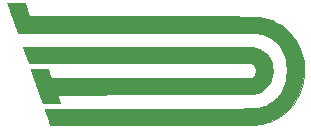
<source format=gbo>
G04 #@! TF.GenerationSoftware,KiCad,Pcbnew,(5.1.10)-1*
G04 #@! TF.CreationDate,2022-04-09T14:00:38+02:00*
G04 #@! TF.ProjectId,karta_pomiarowa_v2,6b617274-615f-4706-9f6d-6961726f7761,rev?*
G04 #@! TF.SameCoordinates,Original*
G04 #@! TF.FileFunction,Legend,Bot*
G04 #@! TF.FilePolarity,Positive*
%FSLAX46Y46*%
G04 Gerber Fmt 4.6, Leading zero omitted, Abs format (unit mm)*
G04 Created by KiCad (PCBNEW (5.1.10)-1) date 2022-04-09 14:00:38*
%MOMM*%
%LPD*%
G01*
G04 APERTURE LIST*
%ADD10C,0.010000*%
%ADD11O,1.700000X1.700000*%
%ADD12R,1.700000X1.700000*%
%ADD13C,6.400000*%
%ADD14C,3.000000*%
%ADD15C,0.900000*%
G04 APERTURE END LIST*
D10*
G36*
X112052623Y-98022535D02*
G01*
X112173849Y-98022335D01*
X112279471Y-98021992D01*
X112370154Y-98021496D01*
X112446563Y-98020838D01*
X112509361Y-98020011D01*
X112559214Y-98019005D01*
X112596787Y-98017812D01*
X112622743Y-98016422D01*
X112637747Y-98014828D01*
X112642466Y-98013061D01*
X112639732Y-98003304D01*
X112631912Y-97979265D01*
X112619581Y-97942620D01*
X112603316Y-97895047D01*
X112583692Y-97838221D01*
X112561284Y-97773821D01*
X112536667Y-97703522D01*
X112519700Y-97655306D01*
X112493976Y-97582203D01*
X112470082Y-97514031D01*
X112448590Y-97452445D01*
X112430076Y-97399104D01*
X112415113Y-97355662D01*
X112404274Y-97323778D01*
X112398133Y-97305108D01*
X112396933Y-97300830D01*
X112405339Y-97300543D01*
X112430315Y-97300255D01*
X112471496Y-97299965D01*
X112528520Y-97299673D01*
X112601022Y-97299381D01*
X112688639Y-97299089D01*
X112791007Y-97298796D01*
X112907763Y-97298503D01*
X113038541Y-97298212D01*
X113182980Y-97297921D01*
X113340715Y-97297632D01*
X113511382Y-97297344D01*
X113694618Y-97297059D01*
X113890059Y-97296777D01*
X114097341Y-97296497D01*
X114316101Y-97296221D01*
X114545975Y-97295949D01*
X114786599Y-97295681D01*
X115037609Y-97295418D01*
X115298642Y-97295160D01*
X115569333Y-97294907D01*
X115849320Y-97294660D01*
X116138239Y-97294419D01*
X116435725Y-97294184D01*
X116741416Y-97293957D01*
X117054947Y-97293736D01*
X117375954Y-97293524D01*
X117704074Y-97293320D01*
X118038944Y-97293124D01*
X118380199Y-97292937D01*
X118727476Y-97292759D01*
X119080411Y-97292591D01*
X119438640Y-97292433D01*
X119801800Y-97292286D01*
X120169527Y-97292149D01*
X120541457Y-97292024D01*
X120620183Y-97291999D01*
X128843433Y-97289428D01*
X128950513Y-97271323D01*
X129123796Y-97236156D01*
X129284853Y-97190912D01*
X129435727Y-97134632D01*
X129578460Y-97066359D01*
X129715097Y-96985133D01*
X129847678Y-96889996D01*
X129956747Y-96799213D01*
X130085283Y-96674698D01*
X130203045Y-96538461D01*
X130309019Y-96392185D01*
X130402193Y-96237552D01*
X130481550Y-96076244D01*
X130546078Y-95909944D01*
X130594645Y-95740833D01*
X130627767Y-95566447D01*
X130646213Y-95385630D01*
X130649817Y-95200686D01*
X130643407Y-95069862D01*
X130625234Y-94897142D01*
X130598135Y-94737084D01*
X130561609Y-94587663D01*
X130515160Y-94446856D01*
X130458288Y-94312639D01*
X130455422Y-94306611D01*
X130402618Y-94202254D01*
X130349276Y-94110417D01*
X130292483Y-94026855D01*
X130229326Y-93947322D01*
X130156894Y-93867572D01*
X130147827Y-93858184D01*
X130035290Y-93751317D01*
X129917001Y-93657228D01*
X129789530Y-93573439D01*
X129649448Y-93497470D01*
X129647767Y-93496640D01*
X129540394Y-93446905D01*
X129432649Y-93403798D01*
X129321190Y-93366292D01*
X129202677Y-93333355D01*
X129073768Y-93303958D01*
X128940800Y-93278750D01*
X128834967Y-93260297D01*
X119172383Y-93258049D01*
X118768139Y-93257960D01*
X118367994Y-93257884D01*
X117972283Y-93257819D01*
X117581341Y-93257766D01*
X117195504Y-93257725D01*
X116815108Y-93257695D01*
X116440488Y-93257676D01*
X116071980Y-93257669D01*
X115709919Y-93257672D01*
X115354641Y-93257687D01*
X115006482Y-93257712D01*
X114665776Y-93257747D01*
X114332859Y-93257793D01*
X114008068Y-93257849D01*
X113691737Y-93257916D01*
X113384202Y-93257992D01*
X113085799Y-93258078D01*
X112796862Y-93258174D01*
X112517729Y-93258279D01*
X112248733Y-93258394D01*
X111990211Y-93258518D01*
X111742499Y-93258651D01*
X111505931Y-93258793D01*
X111280843Y-93258944D01*
X111067572Y-93259103D01*
X110866452Y-93259271D01*
X110677818Y-93259448D01*
X110502007Y-93259632D01*
X110339355Y-93259825D01*
X110190195Y-93260026D01*
X110054865Y-93260234D01*
X109933700Y-93260450D01*
X109827034Y-93260673D01*
X109735204Y-93260904D01*
X109658546Y-93261142D01*
X109597394Y-93261388D01*
X109552085Y-93261640D01*
X109522953Y-93261898D01*
X109510335Y-93262164D01*
X109509800Y-93262232D01*
X109512555Y-93271008D01*
X109520546Y-93294578D01*
X109533365Y-93331769D01*
X109550601Y-93381412D01*
X109571846Y-93442334D01*
X109596690Y-93513365D01*
X109624722Y-93593334D01*
X109655535Y-93681068D01*
X109688718Y-93775398D01*
X109723862Y-93875153D01*
X109750329Y-93950182D01*
X109990858Y-94631700D01*
X119374812Y-94635933D01*
X128758767Y-94640166D01*
X128822267Y-94658356D01*
X128915371Y-94691261D01*
X128995341Y-94733177D01*
X129062520Y-94784657D01*
X129117249Y-94846253D01*
X129159872Y-94918519D01*
X129190732Y-95002008D01*
X129210170Y-95097272D01*
X129218531Y-95204866D01*
X129217640Y-95296333D01*
X129206494Y-95412445D01*
X129183326Y-95516635D01*
X129148128Y-95608913D01*
X129100893Y-95689289D01*
X129041616Y-95757773D01*
X128970288Y-95814374D01*
X128886902Y-95859101D01*
X128796702Y-95890552D01*
X128724900Y-95910166D01*
X111903370Y-95910166D01*
X111761490Y-95508000D01*
X111619610Y-95105833D01*
X110890671Y-95103669D01*
X110758169Y-95103368D01*
X110637331Y-95103281D01*
X110528754Y-95103403D01*
X110433030Y-95103730D01*
X110350754Y-95104257D01*
X110282521Y-95104979D01*
X110228923Y-95105892D01*
X110190555Y-95106990D01*
X110168012Y-95108269D01*
X110161733Y-95109518D01*
X110164510Y-95118220D01*
X110172650Y-95142077D01*
X110185870Y-95180282D01*
X110203886Y-95232025D01*
X110226414Y-95296500D01*
X110253170Y-95372897D01*
X110283869Y-95460409D01*
X110318229Y-95558227D01*
X110355964Y-95665542D01*
X110396792Y-95781548D01*
X110440427Y-95905435D01*
X110486587Y-96036396D01*
X110534987Y-96173621D01*
X110585343Y-96316304D01*
X110637371Y-96463635D01*
X110662259Y-96534082D01*
X110715161Y-96683804D01*
X110766650Y-96829536D01*
X110816435Y-96970449D01*
X110864222Y-97105713D01*
X110909717Y-97234497D01*
X110952628Y-97355973D01*
X110992661Y-97469310D01*
X111029525Y-97573679D01*
X111062925Y-97668250D01*
X111092568Y-97752193D01*
X111118162Y-97824679D01*
X111139413Y-97884878D01*
X111156029Y-97931961D01*
X111167716Y-97965097D01*
X111174181Y-97983457D01*
X111175288Y-97986617D01*
X111187792Y-98022600D01*
X111915129Y-98022600D01*
X112052623Y-98022535D01*
G37*
X112052623Y-98022535D02*
X112173849Y-98022335D01*
X112279471Y-98021992D01*
X112370154Y-98021496D01*
X112446563Y-98020838D01*
X112509361Y-98020011D01*
X112559214Y-98019005D01*
X112596787Y-98017812D01*
X112622743Y-98016422D01*
X112637747Y-98014828D01*
X112642466Y-98013061D01*
X112639732Y-98003304D01*
X112631912Y-97979265D01*
X112619581Y-97942620D01*
X112603316Y-97895047D01*
X112583692Y-97838221D01*
X112561284Y-97773821D01*
X112536667Y-97703522D01*
X112519700Y-97655306D01*
X112493976Y-97582203D01*
X112470082Y-97514031D01*
X112448590Y-97452445D01*
X112430076Y-97399104D01*
X112415113Y-97355662D01*
X112404274Y-97323778D01*
X112398133Y-97305108D01*
X112396933Y-97300830D01*
X112405339Y-97300543D01*
X112430315Y-97300255D01*
X112471496Y-97299965D01*
X112528520Y-97299673D01*
X112601022Y-97299381D01*
X112688639Y-97299089D01*
X112791007Y-97298796D01*
X112907763Y-97298503D01*
X113038541Y-97298212D01*
X113182980Y-97297921D01*
X113340715Y-97297632D01*
X113511382Y-97297344D01*
X113694618Y-97297059D01*
X113890059Y-97296777D01*
X114097341Y-97296497D01*
X114316101Y-97296221D01*
X114545975Y-97295949D01*
X114786599Y-97295681D01*
X115037609Y-97295418D01*
X115298642Y-97295160D01*
X115569333Y-97294907D01*
X115849320Y-97294660D01*
X116138239Y-97294419D01*
X116435725Y-97294184D01*
X116741416Y-97293957D01*
X117054947Y-97293736D01*
X117375954Y-97293524D01*
X117704074Y-97293320D01*
X118038944Y-97293124D01*
X118380199Y-97292937D01*
X118727476Y-97292759D01*
X119080411Y-97292591D01*
X119438640Y-97292433D01*
X119801800Y-97292286D01*
X120169527Y-97292149D01*
X120541457Y-97292024D01*
X120620183Y-97291999D01*
X128843433Y-97289428D01*
X128950513Y-97271323D01*
X129123796Y-97236156D01*
X129284853Y-97190912D01*
X129435727Y-97134632D01*
X129578460Y-97066359D01*
X129715097Y-96985133D01*
X129847678Y-96889996D01*
X129956747Y-96799213D01*
X130085283Y-96674698D01*
X130203045Y-96538461D01*
X130309019Y-96392185D01*
X130402193Y-96237552D01*
X130481550Y-96076244D01*
X130546078Y-95909944D01*
X130594645Y-95740833D01*
X130627767Y-95566447D01*
X130646213Y-95385630D01*
X130649817Y-95200686D01*
X130643407Y-95069862D01*
X130625234Y-94897142D01*
X130598135Y-94737084D01*
X130561609Y-94587663D01*
X130515160Y-94446856D01*
X130458288Y-94312639D01*
X130455422Y-94306611D01*
X130402618Y-94202254D01*
X130349276Y-94110417D01*
X130292483Y-94026855D01*
X130229326Y-93947322D01*
X130156894Y-93867572D01*
X130147827Y-93858184D01*
X130035290Y-93751317D01*
X129917001Y-93657228D01*
X129789530Y-93573439D01*
X129649448Y-93497470D01*
X129647767Y-93496640D01*
X129540394Y-93446905D01*
X129432649Y-93403798D01*
X129321190Y-93366292D01*
X129202677Y-93333355D01*
X129073768Y-93303958D01*
X128940800Y-93278750D01*
X128834967Y-93260297D01*
X119172383Y-93258049D01*
X118768139Y-93257960D01*
X118367994Y-93257884D01*
X117972283Y-93257819D01*
X117581341Y-93257766D01*
X117195504Y-93257725D01*
X116815108Y-93257695D01*
X116440488Y-93257676D01*
X116071980Y-93257669D01*
X115709919Y-93257672D01*
X115354641Y-93257687D01*
X115006482Y-93257712D01*
X114665776Y-93257747D01*
X114332859Y-93257793D01*
X114008068Y-93257849D01*
X113691737Y-93257916D01*
X113384202Y-93257992D01*
X113085799Y-93258078D01*
X112796862Y-93258174D01*
X112517729Y-93258279D01*
X112248733Y-93258394D01*
X111990211Y-93258518D01*
X111742499Y-93258651D01*
X111505931Y-93258793D01*
X111280843Y-93258944D01*
X111067572Y-93259103D01*
X110866452Y-93259271D01*
X110677818Y-93259448D01*
X110502007Y-93259632D01*
X110339355Y-93259825D01*
X110190195Y-93260026D01*
X110054865Y-93260234D01*
X109933700Y-93260450D01*
X109827034Y-93260673D01*
X109735204Y-93260904D01*
X109658546Y-93261142D01*
X109597394Y-93261388D01*
X109552085Y-93261640D01*
X109522953Y-93261898D01*
X109510335Y-93262164D01*
X109509800Y-93262232D01*
X109512555Y-93271008D01*
X109520546Y-93294578D01*
X109533365Y-93331769D01*
X109550601Y-93381412D01*
X109571846Y-93442334D01*
X109596690Y-93513365D01*
X109624722Y-93593334D01*
X109655535Y-93681068D01*
X109688718Y-93775398D01*
X109723862Y-93875153D01*
X109750329Y-93950182D01*
X109990858Y-94631700D01*
X119374812Y-94635933D01*
X128758767Y-94640166D01*
X128822267Y-94658356D01*
X128915371Y-94691261D01*
X128995341Y-94733177D01*
X129062520Y-94784657D01*
X129117249Y-94846253D01*
X129159872Y-94918519D01*
X129190732Y-95002008D01*
X129210170Y-95097272D01*
X129218531Y-95204866D01*
X129217640Y-95296333D01*
X129206494Y-95412445D01*
X129183326Y-95516635D01*
X129148128Y-95608913D01*
X129100893Y-95689289D01*
X129041616Y-95757773D01*
X128970288Y-95814374D01*
X128886902Y-95859101D01*
X128796702Y-95890552D01*
X128724900Y-95910166D01*
X111903370Y-95910166D01*
X111761490Y-95508000D01*
X111619610Y-95105833D01*
X110890671Y-95103669D01*
X110758169Y-95103368D01*
X110637331Y-95103281D01*
X110528754Y-95103403D01*
X110433030Y-95103730D01*
X110350754Y-95104257D01*
X110282521Y-95104979D01*
X110228923Y-95105892D01*
X110190555Y-95106990D01*
X110168012Y-95108269D01*
X110161733Y-95109518D01*
X110164510Y-95118220D01*
X110172650Y-95142077D01*
X110185870Y-95180282D01*
X110203886Y-95232025D01*
X110226414Y-95296500D01*
X110253170Y-95372897D01*
X110283869Y-95460409D01*
X110318229Y-95558227D01*
X110355964Y-95665542D01*
X110396792Y-95781548D01*
X110440427Y-95905435D01*
X110486587Y-96036396D01*
X110534987Y-96173621D01*
X110585343Y-96316304D01*
X110637371Y-96463635D01*
X110662259Y-96534082D01*
X110715161Y-96683804D01*
X110766650Y-96829536D01*
X110816435Y-96970449D01*
X110864222Y-97105713D01*
X110909717Y-97234497D01*
X110952628Y-97355973D01*
X110992661Y-97469310D01*
X111029525Y-97573679D01*
X111062925Y-97668250D01*
X111092568Y-97752193D01*
X111118162Y-97824679D01*
X111139413Y-97884878D01*
X111156029Y-97931961D01*
X111167716Y-97965097D01*
X111174181Y-97983457D01*
X111175288Y-97986617D01*
X111187792Y-98022600D01*
X111915129Y-98022600D01*
X112052623Y-98022535D01*
G36*
X124214164Y-99867305D02*
G01*
X124570356Y-99867285D01*
X124911264Y-99867245D01*
X125237053Y-99867186D01*
X125547888Y-99867108D01*
X125843933Y-99867010D01*
X126125355Y-99866893D01*
X126392317Y-99866756D01*
X126644985Y-99866600D01*
X126883523Y-99866423D01*
X127108098Y-99866226D01*
X127318872Y-99866009D01*
X127516012Y-99865772D01*
X127699683Y-99865514D01*
X127870048Y-99865236D01*
X128027274Y-99864937D01*
X128171525Y-99864617D01*
X128302967Y-99864276D01*
X128421763Y-99863914D01*
X128528079Y-99863531D01*
X128622080Y-99863127D01*
X128703932Y-99862701D01*
X128773798Y-99862253D01*
X128831843Y-99861784D01*
X128878234Y-99861292D01*
X128913134Y-99860779D01*
X128936708Y-99860244D01*
X128945033Y-99859934D01*
X129223540Y-99841220D01*
X129489480Y-99811985D01*
X129743853Y-99771842D01*
X129987659Y-99720404D01*
X130221898Y-99657285D01*
X130447569Y-99582098D01*
X130665671Y-99494455D01*
X130877205Y-99393970D01*
X131083169Y-99280257D01*
X131284564Y-99152928D01*
X131482389Y-99011596D01*
X131677643Y-98855875D01*
X131789833Y-98759054D01*
X131845325Y-98708218D01*
X131908260Y-98647825D01*
X131975548Y-98581052D01*
X132044101Y-98511075D01*
X132110826Y-98441072D01*
X132172636Y-98374219D01*
X132226438Y-98313692D01*
X132250489Y-98285458D01*
X132422359Y-98066755D01*
X132579706Y-97839571D01*
X132722393Y-97604361D01*
X132850283Y-97361578D01*
X132963238Y-97111674D01*
X133061120Y-96855104D01*
X133143793Y-96592320D01*
X133211118Y-96323775D01*
X133262959Y-96049924D01*
X133299178Y-95771219D01*
X133319638Y-95488114D01*
X133324201Y-95201062D01*
X133312729Y-94910515D01*
X133304855Y-94807549D01*
X133272123Y-94521310D01*
X133223755Y-94241528D01*
X133159758Y-93968226D01*
X133080139Y-93701431D01*
X132984905Y-93441166D01*
X132874062Y-93187454D01*
X132818282Y-93073833D01*
X132692153Y-92842257D01*
X132554802Y-92622189D01*
X132405068Y-92412038D01*
X132241788Y-92210213D01*
X132063800Y-92015123D01*
X131991538Y-91941899D01*
X131890362Y-91843716D01*
X131795086Y-91756253D01*
X131701876Y-91676376D01*
X131606895Y-91600951D01*
X131506310Y-91526842D01*
X131396284Y-91450916D01*
X131366500Y-91431048D01*
X131172334Y-91309207D01*
X130978732Y-91201959D01*
X130782002Y-91107508D01*
X130578456Y-91024056D01*
X130405533Y-90963119D01*
X130266507Y-90918678D01*
X130135360Y-90879626D01*
X130009264Y-90845399D01*
X129885385Y-90815434D01*
X129760893Y-90789165D01*
X129632957Y-90766028D01*
X129498745Y-90745459D01*
X129355427Y-90726894D01*
X129200171Y-90709768D01*
X129072033Y-90697329D01*
X129062397Y-90696782D01*
X129045339Y-90696250D01*
X129020628Y-90695731D01*
X128988033Y-90695225D01*
X128947324Y-90694733D01*
X128898270Y-90694254D01*
X128840641Y-90693787D01*
X128774205Y-90693333D01*
X128698733Y-90692890D01*
X128613993Y-90692458D01*
X128519754Y-90692038D01*
X128415787Y-90691628D01*
X128301859Y-90691229D01*
X128177742Y-90690839D01*
X128043203Y-90690460D01*
X127898013Y-90690089D01*
X127741940Y-90689727D01*
X127574755Y-90689374D01*
X127396225Y-90689029D01*
X127206122Y-90688692D01*
X127004213Y-90688362D01*
X126790268Y-90688039D01*
X126564057Y-90687724D01*
X126325348Y-90687414D01*
X126073912Y-90687111D01*
X125809517Y-90686813D01*
X125531934Y-90686520D01*
X125240930Y-90686233D01*
X124936276Y-90685950D01*
X124617740Y-90685671D01*
X124285093Y-90685396D01*
X123938103Y-90685125D01*
X123576540Y-90684856D01*
X123200172Y-90684591D01*
X122808771Y-90684328D01*
X122402103Y-90684067D01*
X121979940Y-90683808D01*
X121542050Y-90683550D01*
X121088203Y-90683293D01*
X120618168Y-90683037D01*
X120131714Y-90682781D01*
X119628611Y-90682525D01*
X119510047Y-90682466D01*
X110058128Y-90677767D01*
X109672672Y-89585567D01*
X108939448Y-89583403D01*
X108206223Y-89581240D01*
X108238370Y-89672303D01*
X108244969Y-89690997D01*
X108256856Y-89724671D01*
X108273683Y-89772337D01*
X108295101Y-89833009D01*
X108320761Y-89905699D01*
X108350315Y-89989420D01*
X108383415Y-90083183D01*
X108419711Y-90186002D01*
X108458855Y-90296889D01*
X108500499Y-90414857D01*
X108544294Y-90538918D01*
X108589891Y-90668085D01*
X108636942Y-90801371D01*
X108676227Y-90912656D01*
X109081938Y-92061946D01*
X119072752Y-92064348D01*
X119569181Y-92064468D01*
X120048964Y-92064586D01*
X120512388Y-92064703D01*
X120959740Y-92064818D01*
X121391306Y-92064933D01*
X121807374Y-92065048D01*
X122208231Y-92065164D01*
X122594165Y-92065280D01*
X122965461Y-92065398D01*
X123322407Y-92065517D01*
X123665291Y-92065639D01*
X123994399Y-92065764D01*
X124310018Y-92065892D01*
X124612435Y-92066024D01*
X124901937Y-92066160D01*
X125178812Y-92066302D01*
X125443347Y-92066448D01*
X125695828Y-92066600D01*
X125936542Y-92066758D01*
X126165777Y-92066923D01*
X126383820Y-92067096D01*
X126590957Y-92067276D01*
X126787476Y-92067464D01*
X126973664Y-92067661D01*
X127149807Y-92067867D01*
X127316194Y-92068083D01*
X127473110Y-92068309D01*
X127620844Y-92068545D01*
X127759681Y-92068793D01*
X127889909Y-92069052D01*
X128011816Y-92069324D01*
X128125688Y-92069608D01*
X128231811Y-92069905D01*
X128330475Y-92070215D01*
X128421964Y-92070540D01*
X128506567Y-92070879D01*
X128584570Y-92071233D01*
X128656261Y-92071603D01*
X128721926Y-92071988D01*
X128781852Y-92072390D01*
X128836327Y-92072809D01*
X128885638Y-92073246D01*
X128930072Y-92073700D01*
X128969915Y-92074173D01*
X129005455Y-92074665D01*
X129036979Y-92075176D01*
X129064774Y-92075707D01*
X129089126Y-92076258D01*
X129110324Y-92076830D01*
X129128653Y-92077424D01*
X129144402Y-92078039D01*
X129157857Y-92078677D01*
X129169305Y-92079337D01*
X129179033Y-92080021D01*
X129187329Y-92080728D01*
X129194478Y-92081460D01*
X129194800Y-92081496D01*
X129326395Y-92097857D01*
X129445120Y-92116137D01*
X129555004Y-92137116D01*
X129660071Y-92161574D01*
X129764348Y-92190290D01*
X129779000Y-92194660D01*
X129990549Y-92265744D01*
X130190063Y-92348233D01*
X130378528Y-92442705D01*
X130556928Y-92549739D01*
X130726248Y-92669912D01*
X130887473Y-92803803D01*
X131003065Y-92912966D01*
X131067719Y-92978332D01*
X131122545Y-93036373D01*
X131170585Y-93090771D01*
X131214883Y-93145205D01*
X131258481Y-93203354D01*
X131304421Y-93268900D01*
X131335621Y-93315174D01*
X131443869Y-93492581D01*
X131539421Y-93680982D01*
X131622208Y-93880089D01*
X131692162Y-94089614D01*
X131749213Y-94309269D01*
X131793292Y-94538765D01*
X131824330Y-94777813D01*
X131842258Y-95026125D01*
X131847006Y-95283413D01*
X131843716Y-95436033D01*
X131827816Y-95684537D01*
X131798256Y-95924838D01*
X131755171Y-96156579D01*
X131698698Y-96379407D01*
X131628973Y-96592967D01*
X131546132Y-96796903D01*
X131450312Y-96990860D01*
X131341650Y-97174485D01*
X131220281Y-97347420D01*
X131086342Y-97509313D01*
X131019684Y-97580869D01*
X130883287Y-97713322D01*
X130742209Y-97832901D01*
X130593655Y-97941626D01*
X130434830Y-98041515D01*
X130262941Y-98134587D01*
X130231967Y-98150001D01*
X130057737Y-98229803D01*
X129882311Y-98298081D01*
X129702912Y-98355629D01*
X129516764Y-98403245D01*
X129321090Y-98441723D01*
X129113113Y-98471859D01*
X129105900Y-98472734D01*
X129097635Y-98473299D01*
X129082201Y-98473847D01*
X129059353Y-98474378D01*
X129028849Y-98474893D01*
X128990447Y-98475392D01*
X128943903Y-98475875D01*
X128888976Y-98476342D01*
X128825422Y-98476795D01*
X128752999Y-98477233D01*
X128671464Y-98477657D01*
X128580574Y-98478067D01*
X128480086Y-98478464D01*
X128369759Y-98478847D01*
X128249349Y-98479217D01*
X128118613Y-98479575D01*
X127977309Y-98479920D01*
X127825194Y-98480254D01*
X127662025Y-98480577D01*
X127487561Y-98480888D01*
X127301557Y-98481188D01*
X127103771Y-98481479D01*
X126893961Y-98481759D01*
X126671883Y-98482029D01*
X126437296Y-98482290D01*
X126189957Y-98482542D01*
X125929622Y-98482785D01*
X125656049Y-98483020D01*
X125368995Y-98483248D01*
X125068218Y-98483467D01*
X124753475Y-98483680D01*
X124424524Y-98483885D01*
X124081120Y-98484084D01*
X123723023Y-98484277D01*
X123349989Y-98484464D01*
X122961775Y-98484645D01*
X122558138Y-98484822D01*
X122138837Y-98484993D01*
X121703628Y-98485160D01*
X121252269Y-98485324D01*
X120784517Y-98485483D01*
X120300129Y-98485639D01*
X120188383Y-98485674D01*
X119801973Y-98485800D01*
X119419676Y-98485936D01*
X119041845Y-98486083D01*
X118668829Y-98486239D01*
X118300980Y-98486405D01*
X117938648Y-98486580D01*
X117582185Y-98486764D01*
X117231942Y-98486956D01*
X116888269Y-98487157D01*
X116551518Y-98487365D01*
X116222039Y-98487581D01*
X115900184Y-98487803D01*
X115586303Y-98488032D01*
X115280746Y-98488268D01*
X114983867Y-98488509D01*
X114696014Y-98488756D01*
X114417539Y-98489008D01*
X114148793Y-98489265D01*
X113890128Y-98489527D01*
X113641893Y-98489792D01*
X113404440Y-98490062D01*
X113178119Y-98490335D01*
X112963283Y-98490610D01*
X112760281Y-98490889D01*
X112569465Y-98491170D01*
X112391185Y-98491452D01*
X112225793Y-98491737D01*
X112073639Y-98492022D01*
X111935074Y-98492309D01*
X111810450Y-98492596D01*
X111700117Y-98492883D01*
X111604427Y-98493170D01*
X111523729Y-98493457D01*
X111458376Y-98493742D01*
X111408717Y-98494026D01*
X111375105Y-98494309D01*
X111357889Y-98494589D01*
X111355533Y-98494737D01*
X111358288Y-98503497D01*
X111366279Y-98527051D01*
X111379097Y-98564227D01*
X111396333Y-98613855D01*
X111417578Y-98674764D01*
X111442420Y-98745783D01*
X111470453Y-98825740D01*
X111501265Y-98913466D01*
X111534447Y-99007789D01*
X111569590Y-99107538D01*
X111596062Y-99182582D01*
X111836591Y-99864100D01*
X120293445Y-99866655D01*
X120794615Y-99866800D01*
X121279016Y-99866927D01*
X121746814Y-99867036D01*
X122198173Y-99867127D01*
X122633259Y-99867200D01*
X123052236Y-99867254D01*
X123455269Y-99867290D01*
X123842523Y-99867307D01*
X124214164Y-99867305D01*
G37*
X124214164Y-99867305D02*
X124570356Y-99867285D01*
X124911264Y-99867245D01*
X125237053Y-99867186D01*
X125547888Y-99867108D01*
X125843933Y-99867010D01*
X126125355Y-99866893D01*
X126392317Y-99866756D01*
X126644985Y-99866600D01*
X126883523Y-99866423D01*
X127108098Y-99866226D01*
X127318872Y-99866009D01*
X127516012Y-99865772D01*
X127699683Y-99865514D01*
X127870048Y-99865236D01*
X128027274Y-99864937D01*
X128171525Y-99864617D01*
X128302967Y-99864276D01*
X128421763Y-99863914D01*
X128528079Y-99863531D01*
X128622080Y-99863127D01*
X128703932Y-99862701D01*
X128773798Y-99862253D01*
X128831843Y-99861784D01*
X128878234Y-99861292D01*
X128913134Y-99860779D01*
X128936708Y-99860244D01*
X128945033Y-99859934D01*
X129223540Y-99841220D01*
X129489480Y-99811985D01*
X129743853Y-99771842D01*
X129987659Y-99720404D01*
X130221898Y-99657285D01*
X130447569Y-99582098D01*
X130665671Y-99494455D01*
X130877205Y-99393970D01*
X131083169Y-99280257D01*
X131284564Y-99152928D01*
X131482389Y-99011596D01*
X131677643Y-98855875D01*
X131789833Y-98759054D01*
X131845325Y-98708218D01*
X131908260Y-98647825D01*
X131975548Y-98581052D01*
X132044101Y-98511075D01*
X132110826Y-98441072D01*
X132172636Y-98374219D01*
X132226438Y-98313692D01*
X132250489Y-98285458D01*
X132422359Y-98066755D01*
X132579706Y-97839571D01*
X132722393Y-97604361D01*
X132850283Y-97361578D01*
X132963238Y-97111674D01*
X133061120Y-96855104D01*
X133143793Y-96592320D01*
X133211118Y-96323775D01*
X133262959Y-96049924D01*
X133299178Y-95771219D01*
X133319638Y-95488114D01*
X133324201Y-95201062D01*
X133312729Y-94910515D01*
X133304855Y-94807549D01*
X133272123Y-94521310D01*
X133223755Y-94241528D01*
X133159758Y-93968226D01*
X133080139Y-93701431D01*
X132984905Y-93441166D01*
X132874062Y-93187454D01*
X132818282Y-93073833D01*
X132692153Y-92842257D01*
X132554802Y-92622189D01*
X132405068Y-92412038D01*
X132241788Y-92210213D01*
X132063800Y-92015123D01*
X131991538Y-91941899D01*
X131890362Y-91843716D01*
X131795086Y-91756253D01*
X131701876Y-91676376D01*
X131606895Y-91600951D01*
X131506310Y-91526842D01*
X131396284Y-91450916D01*
X131366500Y-91431048D01*
X131172334Y-91309207D01*
X130978732Y-91201959D01*
X130782002Y-91107508D01*
X130578456Y-91024056D01*
X130405533Y-90963119D01*
X130266507Y-90918678D01*
X130135360Y-90879626D01*
X130009264Y-90845399D01*
X129885385Y-90815434D01*
X129760893Y-90789165D01*
X129632957Y-90766028D01*
X129498745Y-90745459D01*
X129355427Y-90726894D01*
X129200171Y-90709768D01*
X129072033Y-90697329D01*
X129062397Y-90696782D01*
X129045339Y-90696250D01*
X129020628Y-90695731D01*
X128988033Y-90695225D01*
X128947324Y-90694733D01*
X128898270Y-90694254D01*
X128840641Y-90693787D01*
X128774205Y-90693333D01*
X128698733Y-90692890D01*
X128613993Y-90692458D01*
X128519754Y-90692038D01*
X128415787Y-90691628D01*
X128301859Y-90691229D01*
X128177742Y-90690839D01*
X128043203Y-90690460D01*
X127898013Y-90690089D01*
X127741940Y-90689727D01*
X127574755Y-90689374D01*
X127396225Y-90689029D01*
X127206122Y-90688692D01*
X127004213Y-90688362D01*
X126790268Y-90688039D01*
X126564057Y-90687724D01*
X126325348Y-90687414D01*
X126073912Y-90687111D01*
X125809517Y-90686813D01*
X125531934Y-90686520D01*
X125240930Y-90686233D01*
X124936276Y-90685950D01*
X124617740Y-90685671D01*
X124285093Y-90685396D01*
X123938103Y-90685125D01*
X123576540Y-90684856D01*
X123200172Y-90684591D01*
X122808771Y-90684328D01*
X122402103Y-90684067D01*
X121979940Y-90683808D01*
X121542050Y-90683550D01*
X121088203Y-90683293D01*
X120618168Y-90683037D01*
X120131714Y-90682781D01*
X119628611Y-90682525D01*
X119510047Y-90682466D01*
X110058128Y-90677767D01*
X109672672Y-89585567D01*
X108939448Y-89583403D01*
X108206223Y-89581240D01*
X108238370Y-89672303D01*
X108244969Y-89690997D01*
X108256856Y-89724671D01*
X108273683Y-89772337D01*
X108295101Y-89833009D01*
X108320761Y-89905699D01*
X108350315Y-89989420D01*
X108383415Y-90083183D01*
X108419711Y-90186002D01*
X108458855Y-90296889D01*
X108500499Y-90414857D01*
X108544294Y-90538918D01*
X108589891Y-90668085D01*
X108636942Y-90801371D01*
X108676227Y-90912656D01*
X109081938Y-92061946D01*
X119072752Y-92064348D01*
X119569181Y-92064468D01*
X120048964Y-92064586D01*
X120512388Y-92064703D01*
X120959740Y-92064818D01*
X121391306Y-92064933D01*
X121807374Y-92065048D01*
X122208231Y-92065164D01*
X122594165Y-92065280D01*
X122965461Y-92065398D01*
X123322407Y-92065517D01*
X123665291Y-92065639D01*
X123994399Y-92065764D01*
X124310018Y-92065892D01*
X124612435Y-92066024D01*
X124901937Y-92066160D01*
X125178812Y-92066302D01*
X125443347Y-92066448D01*
X125695828Y-92066600D01*
X125936542Y-92066758D01*
X126165777Y-92066923D01*
X126383820Y-92067096D01*
X126590957Y-92067276D01*
X126787476Y-92067464D01*
X126973664Y-92067661D01*
X127149807Y-92067867D01*
X127316194Y-92068083D01*
X127473110Y-92068309D01*
X127620844Y-92068545D01*
X127759681Y-92068793D01*
X127889909Y-92069052D01*
X128011816Y-92069324D01*
X128125688Y-92069608D01*
X128231811Y-92069905D01*
X128330475Y-92070215D01*
X128421964Y-92070540D01*
X128506567Y-92070879D01*
X128584570Y-92071233D01*
X128656261Y-92071603D01*
X128721926Y-92071988D01*
X128781852Y-92072390D01*
X128836327Y-92072809D01*
X128885638Y-92073246D01*
X128930072Y-92073700D01*
X128969915Y-92074173D01*
X129005455Y-92074665D01*
X129036979Y-92075176D01*
X129064774Y-92075707D01*
X129089126Y-92076258D01*
X129110324Y-92076830D01*
X129128653Y-92077424D01*
X129144402Y-92078039D01*
X129157857Y-92078677D01*
X129169305Y-92079337D01*
X129179033Y-92080021D01*
X129187329Y-92080728D01*
X129194478Y-92081460D01*
X129194800Y-92081496D01*
X129326395Y-92097857D01*
X129445120Y-92116137D01*
X129555004Y-92137116D01*
X129660071Y-92161574D01*
X129764348Y-92190290D01*
X129779000Y-92194660D01*
X129990549Y-92265744D01*
X130190063Y-92348233D01*
X130378528Y-92442705D01*
X130556928Y-92549739D01*
X130726248Y-92669912D01*
X130887473Y-92803803D01*
X131003065Y-92912966D01*
X131067719Y-92978332D01*
X131122545Y-93036373D01*
X131170585Y-93090771D01*
X131214883Y-93145205D01*
X131258481Y-93203354D01*
X131304421Y-93268900D01*
X131335621Y-93315174D01*
X131443869Y-93492581D01*
X131539421Y-93680982D01*
X131622208Y-93880089D01*
X131692162Y-94089614D01*
X131749213Y-94309269D01*
X131793292Y-94538765D01*
X131824330Y-94777813D01*
X131842258Y-95026125D01*
X131847006Y-95283413D01*
X131843716Y-95436033D01*
X131827816Y-95684537D01*
X131798256Y-95924838D01*
X131755171Y-96156579D01*
X131698698Y-96379407D01*
X131628973Y-96592967D01*
X131546132Y-96796903D01*
X131450312Y-96990860D01*
X131341650Y-97174485D01*
X131220281Y-97347420D01*
X131086342Y-97509313D01*
X131019684Y-97580869D01*
X130883287Y-97713322D01*
X130742209Y-97832901D01*
X130593655Y-97941626D01*
X130434830Y-98041515D01*
X130262941Y-98134587D01*
X130231967Y-98150001D01*
X130057737Y-98229803D01*
X129882311Y-98298081D01*
X129702912Y-98355629D01*
X129516764Y-98403245D01*
X129321090Y-98441723D01*
X129113113Y-98471859D01*
X129105900Y-98472734D01*
X129097635Y-98473299D01*
X129082201Y-98473847D01*
X129059353Y-98474378D01*
X129028849Y-98474893D01*
X128990447Y-98475392D01*
X128943903Y-98475875D01*
X128888976Y-98476342D01*
X128825422Y-98476795D01*
X128752999Y-98477233D01*
X128671464Y-98477657D01*
X128580574Y-98478067D01*
X128480086Y-98478464D01*
X128369759Y-98478847D01*
X128249349Y-98479217D01*
X128118613Y-98479575D01*
X127977309Y-98479920D01*
X127825194Y-98480254D01*
X127662025Y-98480577D01*
X127487561Y-98480888D01*
X127301557Y-98481188D01*
X127103771Y-98481479D01*
X126893961Y-98481759D01*
X126671883Y-98482029D01*
X126437296Y-98482290D01*
X126189957Y-98482542D01*
X125929622Y-98482785D01*
X125656049Y-98483020D01*
X125368995Y-98483248D01*
X125068218Y-98483467D01*
X124753475Y-98483680D01*
X124424524Y-98483885D01*
X124081120Y-98484084D01*
X123723023Y-98484277D01*
X123349989Y-98484464D01*
X122961775Y-98484645D01*
X122558138Y-98484822D01*
X122138837Y-98484993D01*
X121703628Y-98485160D01*
X121252269Y-98485324D01*
X120784517Y-98485483D01*
X120300129Y-98485639D01*
X120188383Y-98485674D01*
X119801973Y-98485800D01*
X119419676Y-98485936D01*
X119041845Y-98486083D01*
X118668829Y-98486239D01*
X118300980Y-98486405D01*
X117938648Y-98486580D01*
X117582185Y-98486764D01*
X117231942Y-98486956D01*
X116888269Y-98487157D01*
X116551518Y-98487365D01*
X116222039Y-98487581D01*
X115900184Y-98487803D01*
X115586303Y-98488032D01*
X115280746Y-98488268D01*
X114983867Y-98488509D01*
X114696014Y-98488756D01*
X114417539Y-98489008D01*
X114148793Y-98489265D01*
X113890128Y-98489527D01*
X113641893Y-98489792D01*
X113404440Y-98490062D01*
X113178119Y-98490335D01*
X112963283Y-98490610D01*
X112760281Y-98490889D01*
X112569465Y-98491170D01*
X112391185Y-98491452D01*
X112225793Y-98491737D01*
X112073639Y-98492022D01*
X111935074Y-98492309D01*
X111810450Y-98492596D01*
X111700117Y-98492883D01*
X111604427Y-98493170D01*
X111523729Y-98493457D01*
X111458376Y-98493742D01*
X111408717Y-98494026D01*
X111375105Y-98494309D01*
X111357889Y-98494589D01*
X111355533Y-98494737D01*
X111358288Y-98503497D01*
X111366279Y-98527051D01*
X111379097Y-98564227D01*
X111396333Y-98613855D01*
X111417578Y-98674764D01*
X111442420Y-98745783D01*
X111470453Y-98825740D01*
X111501265Y-98913466D01*
X111534447Y-99007789D01*
X111569590Y-99107538D01*
X111596062Y-99182582D01*
X111836591Y-99864100D01*
X120293445Y-99866655D01*
X120794615Y-99866800D01*
X121279016Y-99866927D01*
X121746814Y-99867036D01*
X122198173Y-99867127D01*
X122633259Y-99867200D01*
X123052236Y-99867254D01*
X123455269Y-99867290D01*
X123842523Y-99867307D01*
X124214164Y-99867305D01*
%LPC*%
D11*
X74980000Y-105190000D03*
X72440000Y-105190000D03*
X69900000Y-105190000D03*
X67360000Y-105190000D03*
X64820000Y-105190000D03*
D12*
X62280000Y-105190000D03*
D13*
X45000000Y-40000000D03*
X45000000Y-105000000D03*
X135000000Y-105000000D03*
X135000000Y-40000000D03*
D14*
X134000000Y-75000000D03*
X134000000Y-81000000D03*
X134000000Y-87500000D03*
D11*
X100010000Y-42340000D03*
X100010000Y-39800000D03*
X97470000Y-42340000D03*
X97470000Y-39800000D03*
X94930000Y-42340000D03*
X94930000Y-39800000D03*
X92390000Y-42340000D03*
X92390000Y-39800000D03*
X89850000Y-42340000D03*
X89850000Y-39800000D03*
X87310000Y-42340000D03*
X87310000Y-39800000D03*
X84770000Y-42340000D03*
X84770000Y-39800000D03*
X82230000Y-42340000D03*
X82230000Y-39800000D03*
X79690000Y-42340000D03*
X79690000Y-39800000D03*
X77150000Y-42340000D03*
X77150000Y-39800000D03*
X74610000Y-42340000D03*
X74610000Y-39800000D03*
X72070000Y-42340000D03*
X72070000Y-39800000D03*
X69530000Y-42340000D03*
X69530000Y-39800000D03*
X66990000Y-42340000D03*
X66990000Y-39800000D03*
X64450000Y-42340000D03*
X64450000Y-39800000D03*
X61910000Y-42340000D03*
X61910000Y-39800000D03*
X59370000Y-42340000D03*
X59370000Y-39800000D03*
X56830000Y-42340000D03*
X56830000Y-39800000D03*
X54290000Y-42340000D03*
X54290000Y-39800000D03*
X51750000Y-42340000D03*
D12*
X51750000Y-39800000D03*
D11*
X128370000Y-42340000D03*
X128370000Y-39800000D03*
X125830000Y-42340000D03*
X125830000Y-39800000D03*
X123290000Y-42340000D03*
X123290000Y-39800000D03*
X120750000Y-42340000D03*
X120750000Y-39800000D03*
X118210000Y-42340000D03*
X118210000Y-39800000D03*
X115670000Y-42340000D03*
X115670000Y-39800000D03*
X113130000Y-42340000D03*
X113130000Y-39800000D03*
X110590000Y-42340000D03*
X110590000Y-39800000D03*
X108050000Y-42340000D03*
X108050000Y-39800000D03*
X105510000Y-42340000D03*
D12*
X105510000Y-39800000D03*
D11*
X113640000Y-46500000D03*
D12*
X111100000Y-46500000D03*
D11*
X101480000Y-105190000D03*
X101480000Y-102650000D03*
X98940000Y-105190000D03*
X98940000Y-102650000D03*
X96400000Y-105190000D03*
X96400000Y-102650000D03*
X93860000Y-105190000D03*
X93860000Y-102650000D03*
X91320000Y-105190000D03*
X91320000Y-102650000D03*
X88780000Y-105190000D03*
X88780000Y-102650000D03*
X86240000Y-105190000D03*
X86240000Y-102650000D03*
X83700000Y-105190000D03*
X83700000Y-102650000D03*
X81160000Y-105190000D03*
X81160000Y-102650000D03*
X78620000Y-105190000D03*
D12*
X78620000Y-102650000D03*
D15*
X118656000Y-103669000D03*
X114256000Y-103669000D03*
M02*

</source>
